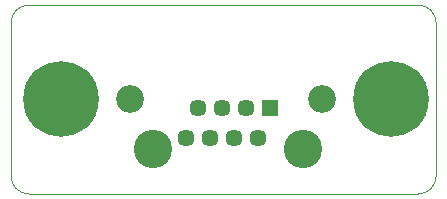
<source format=gbr>
G04 #@! TF.GenerationSoftware,KiCad,Pcbnew,7.0.2-0*
G04 #@! TF.CreationDate,2023-08-07T23:17:52+03:00*
G04 #@! TF.ProjectId,RJ45_Module,524a3435-5f4d-46f6-9475-6c652e6b6963,1.0*
G04 #@! TF.SameCoordinates,Original*
G04 #@! TF.FileFunction,Soldermask,Top*
G04 #@! TF.FilePolarity,Negative*
%FSLAX46Y46*%
G04 Gerber Fmt 4.6, Leading zero omitted, Abs format (unit mm)*
G04 Created by KiCad (PCBNEW 7.0.2-0) date 2023-08-07 23:17:52*
%MOMM*%
%LPD*%
G01*
G04 APERTURE LIST*
%ADD10C,3.250000*%
%ADD11R,1.446000X1.446000*%
%ADD12C,1.446000*%
%ADD13C,2.355000*%
%ADD14C,0.800000*%
%ADD15C,6.400000*%
G04 #@! TA.AperFunction,Profile*
%ADD16C,0.050000*%
G04 #@! TD*
G04 APERTURE END LIST*
D10*
X202723600Y-87961200D03*
X215423600Y-87961200D03*
D11*
X212623600Y-84531200D03*
D12*
X211603600Y-87071200D03*
X210593600Y-84531200D03*
X209573600Y-87071200D03*
X208563600Y-84531200D03*
X207543600Y-87071200D03*
X206533600Y-84531200D03*
X205513600Y-87071200D03*
D13*
X200813600Y-83721200D03*
X217073600Y-83721200D03*
D14*
X220505000Y-83730000D03*
X221207944Y-85427056D03*
X221207944Y-82032944D03*
X222905000Y-86130000D03*
D15*
X222905000Y-83730000D03*
D14*
X225305000Y-83730000D03*
X224602056Y-82032944D03*
X224602056Y-85427056D03*
X222905000Y-81330000D03*
X194942000Y-81330000D03*
X196639056Y-85427056D03*
X196639056Y-82032944D03*
X197342000Y-83730000D03*
D15*
X194942000Y-83730000D03*
D14*
X194942000Y-86130000D03*
X193244944Y-82032944D03*
X193244944Y-85427056D03*
X192542000Y-83730000D03*
D16*
X225185000Y-91796000D02*
X192233000Y-91796000D01*
X225188000Y-91796000D02*
G75*
G03*
X226712000Y-90272000I0J1524000D01*
G01*
X190709000Y-90272000D02*
G75*
G03*
X192233000Y-91796000I1524000J0D01*
G01*
X190709000Y-90272000D02*
X190709000Y-77320000D01*
X226712000Y-77320000D02*
X226712000Y-90272000D01*
X226712000Y-77320000D02*
G75*
G03*
X225188000Y-75796000I-1524000J0D01*
G01*
X192233000Y-75796000D02*
G75*
G03*
X190709000Y-77320000I0J-1524000D01*
G01*
X192232000Y-75796000D02*
X225185000Y-75796000D01*
M02*

</source>
